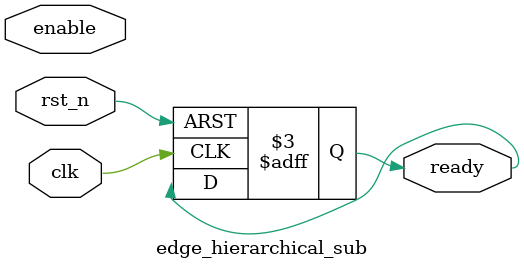
<source format=sv>

module edge_hierarchical_top (
  input wire clk,
  input wire rst_n
);

  logic subsystem_enable;
  logic subsystem_ready;
  
  edge_hierarchical_sub u_subsystem (
    .clk(clk),
    .rst_n(rst_n),
    .enable(subsystem_enable),
    .ready(subsystem_ready)
  );

endmodule

module edge_hierarchical_sub (
  input wire clk,
  input wire rst_n,
  input wire enable,
  output logic ready
);

  logic controller_state;
  logic datapath_active;
  
  always_ff @(posedge clk or negedge rst_n) begin
    if (!rst_n) begin
      controller_state <= 1'b0;
      datapath_active <= 1'b0;
      ready <= 1'b0;
    end
  end

endmodule


</source>
